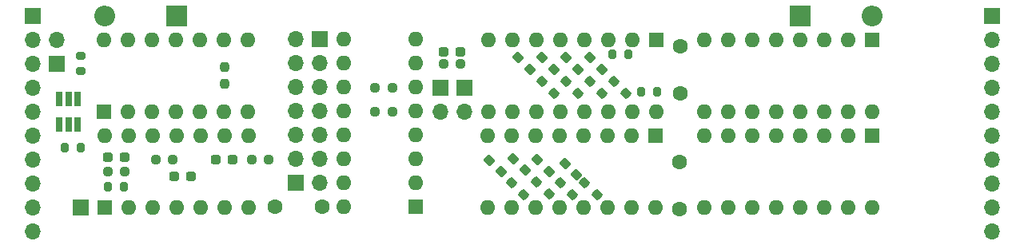
<source format=gbr>
%TF.GenerationSoftware,KiCad,Pcbnew,7.0.5*%
%TF.CreationDate,2024-09-15T17:20:00-04:00*%
%TF.ProjectId,8_bit_logic_analyzer,385f6269-745f-46c6-9f67-69635f616e61,rev?*%
%TF.SameCoordinates,Original*%
%TF.FileFunction,Soldermask,Bot*%
%TF.FilePolarity,Negative*%
%FSLAX46Y46*%
G04 Gerber Fmt 4.6, Leading zero omitted, Abs format (unit mm)*
G04 Created by KiCad (PCBNEW 7.0.5) date 2024-09-15 17:20:00*
%MOMM*%
%LPD*%
G01*
G04 APERTURE LIST*
G04 Aperture macros list*
%AMRoundRect*
0 Rectangle with rounded corners*
0 $1 Rounding radius*
0 $2 $3 $4 $5 $6 $7 $8 $9 X,Y pos of 4 corners*
0 Add a 4 corners polygon primitive as box body*
4,1,4,$2,$3,$4,$5,$6,$7,$8,$9,$2,$3,0*
0 Add four circle primitives for the rounded corners*
1,1,$1+$1,$2,$3*
1,1,$1+$1,$4,$5*
1,1,$1+$1,$6,$7*
1,1,$1+$1,$8,$9*
0 Add four rect primitives between the rounded corners*
20,1,$1+$1,$2,$3,$4,$5,0*
20,1,$1+$1,$4,$5,$6,$7,0*
20,1,$1+$1,$6,$7,$8,$9,0*
20,1,$1+$1,$8,$9,$2,$3,0*%
G04 Aperture macros list end*
%ADD10RoundRect,0.237500X-0.250000X-0.237500X0.250000X-0.237500X0.250000X0.237500X-0.250000X0.237500X0*%
%ADD11RoundRect,0.200000X-0.200000X-0.275000X0.200000X-0.275000X0.200000X0.275000X-0.200000X0.275000X0*%
%ADD12RoundRect,0.237500X0.237500X-0.250000X0.237500X0.250000X-0.237500X0.250000X-0.237500X-0.250000X0*%
%ADD13RoundRect,0.237500X-0.344715X0.008839X0.008839X-0.344715X0.344715X-0.008839X-0.008839X0.344715X0*%
%ADD14RoundRect,0.237500X0.250000X0.237500X-0.250000X0.237500X-0.250000X-0.237500X0.250000X-0.237500X0*%
%ADD15RoundRect,0.237500X-0.371231X0.035355X0.035355X-0.371231X0.371231X-0.035355X-0.035355X0.371231X0*%
%ADD16RoundRect,0.237500X0.287500X0.237500X-0.287500X0.237500X-0.287500X-0.237500X0.287500X-0.237500X0*%
%ADD17RoundRect,0.237500X-0.287500X-0.237500X0.287500X-0.237500X0.287500X0.237500X-0.287500X0.237500X0*%
%ADD18R,1.700000X1.700000*%
%ADD19O,1.700000X1.700000*%
%ADD20R,1.600000X1.600000*%
%ADD21O,1.600000X1.600000*%
%ADD22C,1.600000*%
%ADD23O,2.200000X2.200000*%
%ADD24R,2.200000X2.200000*%
%ADD25RoundRect,0.200000X0.200000X0.275000X-0.200000X0.275000X-0.200000X-0.275000X0.200000X-0.275000X0*%
%ADD26R,0.650000X1.560000*%
%ADD27RoundRect,0.200000X0.275000X-0.200000X0.275000X0.200000X-0.275000X0.200000X-0.275000X-0.200000X0*%
G04 APERTURE END LIST*
D10*
%TO.C,R23*%
X52785000Y-26670000D03*
X54610000Y-26670000D03*
%TD*%
%TO.C,R22*%
X52785000Y-24130000D03*
X54610000Y-24130000D03*
%TD*%
D11*
%TO.C,R21*%
X81006565Y-24588855D03*
X82656565Y-24588855D03*
%TD*%
D12*
%TO.C,R20*%
X36830000Y-23772500D03*
X36830000Y-21947500D03*
%TD*%
D13*
%TO.C,R17*%
X67284927Y-34219197D03*
X68575397Y-35509667D03*
%TD*%
%TO.C,R16*%
X69929666Y-34125774D03*
X71220136Y-35416244D03*
%TD*%
%TO.C,R15*%
X72412864Y-34231401D03*
X73703334Y-35521871D03*
%TD*%
%TO.C,R14*%
X74991576Y-34226383D03*
X76282046Y-35516853D03*
%TD*%
D14*
%TO.C,R13*%
X31392500Y-31750000D03*
X29567500Y-31750000D03*
%TD*%
%TO.C,R12*%
X26312500Y-33020000D03*
X24487500Y-33020000D03*
%TD*%
D13*
%TO.C,R11*%
X70474765Y-23484765D03*
X71765235Y-24775235D03*
%TD*%
%TO.C,R10*%
X74305235Y-24775235D03*
X73014765Y-23484765D03*
%TD*%
%TO.C,R9*%
X76845235Y-24775235D03*
X75554765Y-23484765D03*
%TD*%
%TO.C,R8*%
X79385235Y-24775235D03*
X78094765Y-23484765D03*
%TD*%
D14*
%TO.C,R7*%
X60047500Y-21590000D03*
X61872500Y-21590000D03*
%TD*%
D10*
%TO.C,R6*%
X39727500Y-31750000D03*
X41552500Y-31750000D03*
%TD*%
D15*
%TO.C,D15*%
X66163618Y-33062861D03*
X64926182Y-31825425D03*
%TD*%
%TO.C,D14*%
X68672498Y-32892589D03*
X67435062Y-31655153D03*
%TD*%
%TO.C,D13*%
X70003065Y-31801984D03*
X71240501Y-33039420D03*
%TD*%
%TO.C,D12*%
X74146609Y-33425312D03*
X72909173Y-32187876D03*
%TD*%
D16*
%TO.C,D11*%
X33299188Y-33599243D03*
X31549188Y-33599243D03*
%TD*%
D17*
%TO.C,D10*%
X24496589Y-31489171D03*
X26246589Y-31489171D03*
%TD*%
D15*
%TO.C,D9*%
X69198718Y-22208718D03*
X67961282Y-20971282D03*
%TD*%
%TO.C,D8*%
X71738718Y-22208718D03*
X70501282Y-20971282D03*
%TD*%
%TO.C,D7*%
X74278718Y-22208718D03*
X73041282Y-20971282D03*
%TD*%
%TO.C,D6*%
X76818718Y-22208718D03*
X75581282Y-20971282D03*
%TD*%
D16*
%TO.C,D5*%
X60085000Y-20320000D03*
X61835000Y-20320000D03*
%TD*%
%TO.C,D4*%
X37705000Y-31750000D03*
X35955000Y-31750000D03*
%TD*%
D18*
%TO.C,J4*%
X44440000Y-34275000D03*
D19*
X44440000Y-31735000D03*
X44440000Y-29195000D03*
X44440000Y-26655000D03*
X44440000Y-24115000D03*
X44440000Y-21575000D03*
X44440000Y-19035000D03*
%TD*%
D18*
%TO.C,J2*%
X16510000Y-16510000D03*
D19*
X16510000Y-19050000D03*
X16510000Y-21590000D03*
X16510000Y-24130000D03*
X16510000Y-26670000D03*
X16510000Y-29210000D03*
X16510000Y-31750000D03*
X16510000Y-34290000D03*
X16510000Y-36830000D03*
X16510000Y-39370000D03*
%TD*%
D20*
%TO.C,U6*%
X57140000Y-36815000D03*
D21*
X57140000Y-34275000D03*
X57140000Y-31735000D03*
X57140000Y-29195000D03*
X57140000Y-26655000D03*
X57140000Y-24115000D03*
X57140000Y-21575000D03*
X57140000Y-19035000D03*
X49520000Y-19035000D03*
X49520000Y-21575000D03*
X49520000Y-24115000D03*
X49520000Y-26655000D03*
X49520000Y-29195000D03*
X49520000Y-31735000D03*
X49520000Y-34275000D03*
X49520000Y-36815000D03*
%TD*%
%TO.C,U5*%
X82550000Y-26670000D03*
X80010000Y-26670000D03*
X77470000Y-26670000D03*
X74930000Y-26670000D03*
X72390000Y-26670000D03*
X69850000Y-26670000D03*
X67310000Y-26670000D03*
X64770000Y-26670000D03*
X64770000Y-19050000D03*
X67310000Y-19050000D03*
X69850000Y-19050000D03*
X72390000Y-19050000D03*
X74930000Y-19050000D03*
X77470000Y-19050000D03*
X80010000Y-19050000D03*
D20*
X82550000Y-19050000D03*
%TD*%
D22*
%TO.C,C11*%
X85039517Y-32020675D03*
X85039517Y-37020675D03*
%TD*%
D21*
%TO.C,U4*%
X105410000Y-36830000D03*
X102870000Y-36830000D03*
X100330000Y-36830000D03*
X97790000Y-36830000D03*
X95250000Y-36830000D03*
X92710000Y-36830000D03*
X90170000Y-36830000D03*
X87630000Y-36830000D03*
X87630000Y-29210000D03*
X90170000Y-29210000D03*
X92710000Y-29210000D03*
X95250000Y-29210000D03*
X97790000Y-29210000D03*
X100330000Y-29210000D03*
X102870000Y-29210000D03*
D20*
X105410000Y-29210000D03*
%TD*%
D22*
%TO.C,C10*%
X85089999Y-19736650D03*
X85089999Y-24736650D03*
%TD*%
D20*
%TO.C,U7*%
X24125000Y-26660000D03*
D21*
X26665000Y-26660000D03*
X29205000Y-26660000D03*
X31745000Y-26660000D03*
X34285000Y-26660000D03*
X36825000Y-26660000D03*
X39365000Y-26660000D03*
X39365000Y-19040000D03*
X36825000Y-19040000D03*
X34285000Y-19040000D03*
X31745000Y-19040000D03*
X29205000Y-19040000D03*
X26665000Y-19040000D03*
X24125000Y-19040000D03*
%TD*%
D20*
%TO.C,U8*%
X24130000Y-36830000D03*
D21*
X26670000Y-36830000D03*
X29210000Y-36830000D03*
X31750000Y-36830000D03*
X34290000Y-36830000D03*
X36830000Y-36830000D03*
X39370000Y-36830000D03*
X39370000Y-29210000D03*
X36830000Y-29210000D03*
X34290000Y-29210000D03*
X31750000Y-29210000D03*
X29210000Y-29210000D03*
X26670000Y-29210000D03*
X24130000Y-29210000D03*
%TD*%
D18*
%TO.C,J8*%
X21590000Y-36830000D03*
%TD*%
D19*
%TO.C,J1*%
X118110000Y-39370000D03*
X118110000Y-36830000D03*
X118110000Y-34290000D03*
X118110000Y-31750000D03*
X118110000Y-29210000D03*
X118110000Y-26670000D03*
X118110000Y-24130000D03*
X118110000Y-21590000D03*
X118110000Y-19050000D03*
D18*
X118110000Y-16510000D03*
%TD*%
D19*
%TO.C,J5*%
X59690000Y-26670000D03*
D18*
X59690000Y-24130000D03*
%TD*%
D23*
%TO.C,D2*%
X105410000Y-16510000D03*
D24*
X97790000Y-16510000D03*
%TD*%
D21*
%TO.C,U9*%
X82535000Y-36840000D03*
X79995000Y-36840000D03*
X77455000Y-36840000D03*
X74915000Y-36840000D03*
X72375000Y-36840000D03*
X69835000Y-36840000D03*
X67295000Y-36840000D03*
X64755000Y-36840000D03*
X64755000Y-29220000D03*
X67295000Y-29220000D03*
X69835000Y-29220000D03*
X72375000Y-29220000D03*
X74915000Y-29220000D03*
X77455000Y-29220000D03*
X79995000Y-29220000D03*
D20*
X82535000Y-29220000D03*
%TD*%
D19*
%TO.C,J6*%
X62230000Y-26670000D03*
D18*
X62230000Y-24130000D03*
%TD*%
%TO.C,J7*%
X19050000Y-21590000D03*
D19*
X19050000Y-19050000D03*
%TD*%
D21*
%TO.C,U2*%
X105410000Y-26670000D03*
X102870000Y-26670000D03*
X100330000Y-26670000D03*
X97790000Y-26670000D03*
X95250000Y-26670000D03*
X92710000Y-26670000D03*
X90170000Y-26670000D03*
X87630000Y-26670000D03*
X87630000Y-19050000D03*
X90170000Y-19050000D03*
X92710000Y-19050000D03*
X95250000Y-19050000D03*
X97790000Y-19050000D03*
X100330000Y-19050000D03*
X102870000Y-19050000D03*
D20*
X105410000Y-19050000D03*
%TD*%
D24*
%TO.C,D1*%
X31750000Y-16510000D03*
D23*
X24130000Y-16510000D03*
%TD*%
D22*
%TO.C,C4*%
X47176220Y-36812393D03*
X42176220Y-36812393D03*
%TD*%
D18*
%TO.C,J3*%
X46980000Y-19035000D03*
D19*
X46980000Y-21575000D03*
X46980000Y-24115000D03*
X46980000Y-26655000D03*
X46980000Y-29195000D03*
X46980000Y-31735000D03*
X46980000Y-34275000D03*
%TD*%
D25*
%TO.C,R5*%
X79605648Y-20583945D03*
X77955648Y-20583945D03*
%TD*%
%TO.C,R1*%
X26183810Y-34696757D03*
X24533810Y-34696757D03*
%TD*%
D26*
%TO.C,Q1*%
X19370000Y-25320000D03*
X20320000Y-25320000D03*
X21270000Y-25320000D03*
X21270000Y-28020000D03*
X20320000Y-28020000D03*
X19370000Y-28020000D03*
%TD*%
D27*
%TO.C,R3*%
X21590000Y-22415000D03*
X21590000Y-20765000D03*
%TD*%
D25*
%TO.C,R2*%
X21590000Y-30480000D03*
X19940000Y-30480000D03*
%TD*%
M02*

</source>
